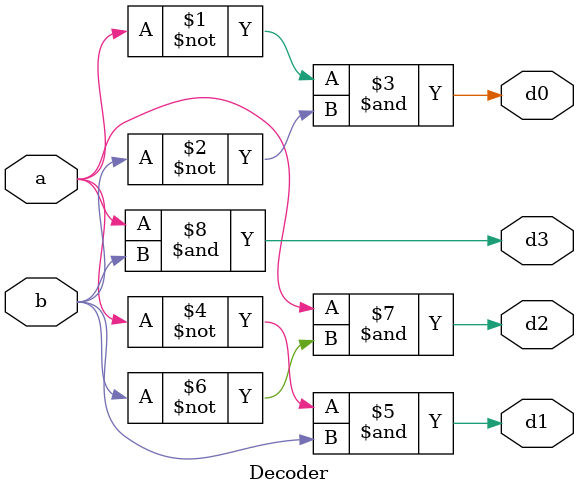
<source format=sv>
`timescale 1ns / 1ps

module Decoder(
    input a, b,
    output d0, d1, d2, d3
    );

assign d0 = ~a & ~b;
assign d1 = ~a & b;
assign d2 = a & ~b;
assign d3 = a & b;

endmodule

</source>
